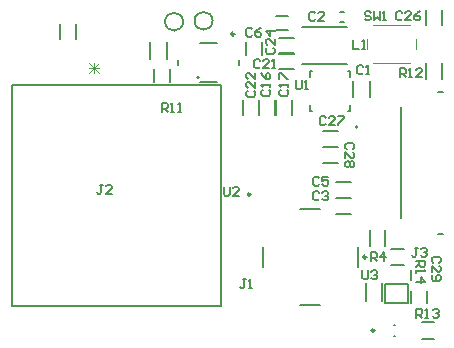
<source format=gto>
G04*
G04 #@! TF.GenerationSoftware,Altium Limited,Altium Designer,24.1.2 (44)*
G04*
G04 Layer_Color=65535*
%FSLAX44Y44*%
%MOMM*%
G71*
G04*
G04 #@! TF.SameCoordinates,BDBBCEB5-9933-478C-A866-C286992FDBA5*
G04*
G04*
G04 #@! TF.FilePolarity,Positive*
G04*
G01*
G75*
%ADD10C,0.2000*%
%ADD11C,0.2500*%
%ADD12C,0.1524*%
%ADD13C,0.2540*%
%ADD14C,0.1000*%
%ADD15C,0.1270*%
%ADD16C,0.0762*%
%ADD17C,0.1520*%
D10*
X752840Y732460D02*
G03*
X752840Y732460I-1000J0D01*
G01*
X886950Y690400D02*
G03*
X886950Y690400I-1000J0D01*
G01*
X635000Y764888D02*
Y777612D01*
X648500Y764888D02*
Y777612D01*
X711388Y748138D02*
Y762862D01*
X725112Y748138D02*
Y762862D01*
X897000Y589939D02*
Y603061D01*
X910500Y589939D02*
Y603061D01*
X887009Y571859D02*
Y589141D01*
X838109Y620759D02*
X855391D01*
X806491Y571859D02*
Y589141D01*
X838109Y540241D02*
X855391D01*
X932500Y561250D02*
Y569750D01*
X910000Y557750D02*
X930000D01*
X910000Y541750D02*
Y557750D01*
Y541750D02*
X930000D01*
Y557750D01*
X931890Y541500D02*
Y551500D01*
X946000Y541500D02*
Y551500D01*
X917500Y513750D02*
X918500D01*
X917500Y522750D02*
X918500D01*
X907862Y543388D02*
Y558112D01*
X894138Y543388D02*
Y558112D01*
X941500Y525610D02*
X951500D01*
X941500Y511500D02*
X951500D01*
X820388Y753000D02*
X833112D01*
X820388Y739500D02*
X833112D01*
X714610Y728810D02*
Y739310D01*
X728133Y728797D02*
Y739297D01*
X753480Y728990D02*
X767980D01*
X735230Y743240D02*
Y747740D01*
X753480Y761990D02*
X767980D01*
X786230Y743240D02*
Y747740D01*
X789540Y701028D02*
Y713752D01*
X803040Y701028D02*
Y713752D01*
X820408Y752710D02*
X833132D01*
X820408Y766210D02*
X833132D01*
X857238Y687470D02*
X869962D01*
X857238Y673970D02*
X869962D01*
X857238Y673500D02*
X869962D01*
X857238Y660000D02*
X869962D01*
X805580Y751670D02*
Y762170D01*
X792057Y751683D02*
Y762183D01*
X817520Y772450D02*
X828020D01*
X817520Y784950D02*
X828020D01*
X803510Y701028D02*
Y713752D01*
X817010Y701028D02*
Y713752D01*
X817480Y701028D02*
Y713752D01*
X830980Y701028D02*
Y713752D01*
X944480Y777203D02*
Y789928D01*
X957980Y777203D02*
Y789928D01*
X944480Y731309D02*
Y744431D01*
X957980Y731309D02*
Y744431D01*
X872260Y779340D02*
X875260D01*
X872260Y787840D02*
X875260D01*
X883020Y715819D02*
Y729441D01*
X897520Y715819D02*
Y729441D01*
X839489Y743929D02*
X877551D01*
X839489Y774991D02*
X877551D01*
X879100Y704360D02*
X880600D01*
X846600D02*
X848100D01*
X846600Y738360D02*
X848100D01*
X880600Y733110D02*
Y738360D01*
X879100D02*
X880600D01*
X846600Y733110D02*
Y738360D01*
Y704360D02*
Y709610D01*
X880600Y704360D02*
Y709610D01*
X915250Y573390D02*
X926250D01*
X915250Y587390D02*
X926250D01*
X868668Y630790D02*
X881392D01*
X868668Y644290D02*
X881392D01*
X868668Y616820D02*
X881392D01*
X868668Y630320D02*
X881392D01*
D11*
X894259Y580500D02*
G03*
X894259Y580500I-1250J0D01*
G01*
X901250Y518250D02*
G03*
X901250Y518250I-1250J0D01*
G01*
X782480Y769240D02*
G03*
X782480Y769240I-1250J0D01*
G01*
D12*
X739140Y779780D02*
G03*
X739140Y779780I-7620J0D01*
G01*
X764120Y780500D02*
G03*
X764120Y780500I-7620J0D01*
G01*
D13*
X795911Y633480D02*
G03*
X795911Y633480I-901J0D01*
G01*
D14*
X885670Y771730D02*
G03*
X885670Y770730I0J-500D01*
G01*
D02*
G03*
X885670Y771730I0J500D01*
G01*
X881100Y742360D02*
G03*
X881100Y742360I-500J0D01*
G01*
X936670Y756730D02*
Y764730D01*
X894670Y756730D02*
Y764730D01*
X899670Y744730D02*
X931670D01*
X899670Y776730D02*
X931670D01*
D15*
X593940Y539110D02*
Y725810D01*
Y539110D02*
X771440D01*
Y725810D01*
X593940D02*
X771440D01*
X954885Y600400D02*
X958950D01*
X954885Y720400D02*
X958950D01*
X923450Y613400D02*
Y707400D01*
D16*
X659210Y736409D02*
X667674Y744873D01*
Y736409D02*
X659210Y744873D01*
X663442Y736409D02*
Y744873D01*
X667674Y740641D02*
X659210D01*
D17*
X890902Y569309D02*
Y562961D01*
X892172Y561691D01*
X894711D01*
X895980Y562961D01*
Y569309D01*
X898520Y568039D02*
X899789Y569309D01*
X902328D01*
X903598Y568039D01*
Y566770D01*
X902328Y565500D01*
X901059D01*
X902328D01*
X903598Y564230D01*
Y562961D01*
X902328Y561691D01*
X899789D01*
X898520Y562961D01*
X936441Y577522D02*
X944059D01*
Y573713D01*
X942789Y572444D01*
X940250D01*
X938980Y573713D01*
Y577522D01*
Y574983D02*
X936441Y572444D01*
Y569904D02*
Y567365D01*
Y568635D01*
X944059D01*
X942789Y569904D01*
X936441Y559748D02*
X944059D01*
X940250Y563556D01*
Y558478D01*
X936478Y528941D02*
Y536559D01*
X940287D01*
X941556Y535289D01*
Y532750D01*
X940287Y531480D01*
X936478D01*
X939017D02*
X941556Y528941D01*
X944096D02*
X946635D01*
X945365D01*
Y536559D01*
X944096Y535289D01*
X950444D02*
X951713Y536559D01*
X954252D01*
X955522Y535289D01*
Y534020D01*
X954252Y532750D01*
X952983D01*
X954252D01*
X955522Y531480D01*
Y530211D01*
X954252Y528941D01*
X951713D01*
X950444Y530211D01*
X956039Y575578D02*
X957309Y576848D01*
Y579387D01*
X956039Y580657D01*
X950961D01*
X949691Y579387D01*
Y576848D01*
X950961Y575578D01*
X949691Y567961D02*
Y573039D01*
X954770Y567961D01*
X956039D01*
X957309Y569230D01*
Y571770D01*
X956039Y573039D01*
X950961Y565422D02*
X949691Y564152D01*
Y561613D01*
X950961Y560343D01*
X956039D01*
X957309Y561613D01*
Y564152D01*
X956039Y565422D01*
X954770D01*
X953500Y564152D01*
Y560343D01*
X773432Y640079D02*
Y633731D01*
X774702Y632461D01*
X777241D01*
X778510Y633731D01*
Y640079D01*
X786128Y632461D02*
X781050D01*
X786128Y637540D01*
Y638809D01*
X784858Y640079D01*
X782319D01*
X781050Y638809D01*
X834392Y730249D02*
Y723901D01*
X835661Y722631D01*
X838200D01*
X839470Y723901D01*
Y730249D01*
X842009Y722631D02*
X844548D01*
X843279D01*
Y730249D01*
X842009Y728979D01*
X897891Y787399D02*
X896622Y788669D01*
X894082D01*
X892813Y787399D01*
Y786130D01*
X894082Y784860D01*
X896622D01*
X897891Y783590D01*
Y782321D01*
X896622Y781051D01*
X894082D01*
X892813Y782321D01*
X900430Y788669D02*
Y781051D01*
X902970Y783590D01*
X905509Y781051D01*
Y788669D01*
X908048Y781051D02*
X910587D01*
X909317D01*
Y788669D01*
X908048Y787399D01*
X922658Y732791D02*
Y740409D01*
X926467D01*
X927736Y739139D01*
Y736600D01*
X926467Y735330D01*
X922658D01*
X925197D02*
X927736Y732791D01*
X930276D02*
X932815D01*
X931545D01*
Y740409D01*
X930276Y739139D01*
X941702Y732791D02*
X936624D01*
X941702Y737870D01*
Y739139D01*
X940432Y740409D01*
X937893D01*
X936624Y739139D01*
X721248Y703441D02*
Y711059D01*
X725056D01*
X726326Y709789D01*
Y707250D01*
X725056Y705980D01*
X721248D01*
X723787D02*
X726326Y703441D01*
X728865D02*
X731404D01*
X730135D01*
Y711059D01*
X728865Y709789D01*
X735213Y703441D02*
X737752D01*
X736483D01*
Y711059D01*
X735213Y709789D01*
X897902Y576941D02*
Y584559D01*
X901711D01*
X902980Y583289D01*
Y580750D01*
X901711Y579480D01*
X897902D01*
X900441D02*
X902980Y576941D01*
X909328D02*
Y584559D01*
X905520Y580750D01*
X910598D01*
X883172Y764559D02*
Y756941D01*
X888250D01*
X890789D02*
X893328D01*
X892059D01*
Y764559D01*
X890789Y763289D01*
X937980Y588559D02*
X935441D01*
X936711D01*
Y582211D01*
X935441Y580941D01*
X934172D01*
X932902Y582211D01*
X940520Y587289D02*
X941789Y588559D01*
X944328D01*
X945598Y587289D01*
Y586020D01*
X944328Y584750D01*
X943059D01*
X944328D01*
X945598Y583480D01*
Y582211D01*
X944328Y580941D01*
X941789D01*
X940520Y582211D01*
X670980Y641559D02*
X668441D01*
X669711D01*
Y635211D01*
X668441Y633941D01*
X667172D01*
X665902Y635211D01*
X678598Y633941D02*
X673520D01*
X678598Y639020D01*
Y640289D01*
X677328Y641559D01*
X674789D01*
X673520Y640289D01*
X792250Y561559D02*
X789711D01*
X790980D01*
Y555211D01*
X789711Y553941D01*
X788441D01*
X787172Y555211D01*
X794789Y553941D02*
X797328D01*
X796059D01*
Y561559D01*
X794789Y560289D01*
X882649Y671828D02*
X883919Y673098D01*
Y675637D01*
X882649Y676907D01*
X877571D01*
X876301Y675637D01*
Y673098D01*
X877571Y671828D01*
X876301Y664211D02*
Y669289D01*
X881380Y664211D01*
X882649D01*
X883919Y665480D01*
Y668020D01*
X882649Y669289D01*
Y661672D02*
X883919Y660402D01*
Y657863D01*
X882649Y656593D01*
X881380D01*
X880110Y657863D01*
X878840Y656593D01*
X877571D01*
X876301Y657863D01*
Y660402D01*
X877571Y661672D01*
X878840D01*
X880110Y660402D01*
X881380Y661672D01*
X882649D01*
X880110Y660402D02*
Y657863D01*
X859792Y698499D02*
X858522Y699769D01*
X855983D01*
X854713Y698499D01*
Y693421D01*
X855983Y692151D01*
X858522D01*
X859792Y693421D01*
X867409Y692151D02*
X862331D01*
X867409Y697230D01*
Y698499D01*
X866140Y699769D01*
X863600D01*
X862331Y698499D01*
X869948Y699769D02*
X875027D01*
Y698499D01*
X869948Y693421D01*
Y692151D01*
X924562Y787399D02*
X923292Y788669D01*
X920753D01*
X919483Y787399D01*
Y782321D01*
X920753Y781051D01*
X923292D01*
X924562Y782321D01*
X932179Y781051D02*
X927101D01*
X932179Y786130D01*
Y787399D01*
X930910Y788669D01*
X928370D01*
X927101Y787399D01*
X939797Y788669D02*
X937258Y787399D01*
X934718Y784860D01*
Y782321D01*
X935988Y781051D01*
X938527D01*
X939797Y782321D01*
Y783590D01*
X938527Y784860D01*
X934718D01*
X810211Y757672D02*
X808941Y756402D01*
Y753863D01*
X810211Y752593D01*
X815289D01*
X816559Y753863D01*
Y756402D01*
X815289Y757672D01*
X816559Y765289D02*
Y760211D01*
X811480Y765289D01*
X810211D01*
X808941Y764020D01*
Y761480D01*
X810211Y760211D01*
X816559Y771637D02*
X808941D01*
X812750Y767828D01*
Y772907D01*
X793751Y721362D02*
X792481Y720092D01*
Y717553D01*
X793751Y716283D01*
X798829D01*
X800099Y717553D01*
Y720092D01*
X798829Y721362D01*
X800099Y728979D02*
Y723901D01*
X795020Y728979D01*
X793751D01*
X792481Y727710D01*
Y725170D01*
X793751Y723901D01*
X800099Y736597D02*
Y731518D01*
X795020Y736597D01*
X793751D01*
X792481Y735327D01*
Y732788D01*
X793751Y731518D01*
X804691Y746539D02*
X803422Y747809D01*
X800882D01*
X799613Y746539D01*
Y741461D01*
X800882Y740191D01*
X803422D01*
X804691Y741461D01*
X812309Y740191D02*
X807230D01*
X812309Y745270D01*
Y746539D01*
X811039Y747809D01*
X808500D01*
X807230Y746539D01*
X814848Y740191D02*
X817387D01*
X816117D01*
Y747809D01*
X814848Y746539D01*
X821691Y721996D02*
X820421Y720727D01*
Y718188D01*
X821691Y716918D01*
X826769D01*
X828039Y718188D01*
Y720727D01*
X826769Y721996D01*
X828039Y724536D02*
Y727075D01*
Y725805D01*
X820421D01*
X821691Y724536D01*
X820421Y730884D02*
Y735962D01*
X821691D01*
X826769Y730884D01*
X828039D01*
X806451Y721996D02*
X805181Y720727D01*
Y718188D01*
X806451Y716918D01*
X811529D01*
X812799Y718188D01*
Y720727D01*
X811529Y721996D01*
X812799Y724536D02*
Y727075D01*
Y725805D01*
X805181D01*
X806451Y724536D01*
X805181Y735962D02*
X806451Y733423D01*
X808990Y730884D01*
X811529D01*
X812799Y732153D01*
Y734692D01*
X811529Y735962D01*
X810260D01*
X808990Y734692D01*
Y730884D01*
X797560Y773429D02*
X796291Y774699D01*
X793752D01*
X792482Y773429D01*
Y768351D01*
X793752Y767081D01*
X796291D01*
X797560Y768351D01*
X805178Y774699D02*
X802639Y773429D01*
X800100Y770890D01*
Y768351D01*
X801369Y767081D01*
X803908D01*
X805178Y768351D01*
Y769620D01*
X803908Y770890D01*
X800100D01*
X854480Y647039D02*
X853211Y648309D01*
X850672D01*
X849402Y647039D01*
Y641961D01*
X850672Y640691D01*
X853211D01*
X854480Y641961D01*
X862098Y648309D02*
X857020D01*
Y644500D01*
X859559Y645770D01*
X860828D01*
X862098Y644500D01*
Y641961D01*
X860828Y640691D01*
X858289D01*
X857020Y641961D01*
X854480Y634789D02*
X853211Y636059D01*
X850672D01*
X849402Y634789D01*
Y629711D01*
X850672Y628441D01*
X853211D01*
X854480Y629711D01*
X857020Y634789D02*
X858289Y636059D01*
X860828D01*
X862098Y634789D01*
Y633520D01*
X860828Y632250D01*
X859559D01*
X860828D01*
X862098Y630980D01*
Y629711D01*
X860828Y628441D01*
X858289D01*
X857020Y629711D01*
X850980Y786789D02*
X849711Y788059D01*
X847172D01*
X845902Y786789D01*
Y781711D01*
X847172Y780441D01*
X849711D01*
X850980Y781711D01*
X858598Y780441D02*
X853520D01*
X858598Y785520D01*
Y786789D01*
X857328Y788059D01*
X854789D01*
X853520Y786789D01*
X891540Y741679D02*
X890270Y742949D01*
X887731D01*
X886462Y741679D01*
Y736601D01*
X887731Y735331D01*
X890270D01*
X891540Y736601D01*
X894079Y735331D02*
X896618D01*
X895349D01*
Y742949D01*
X894079Y741679D01*
M02*

</source>
